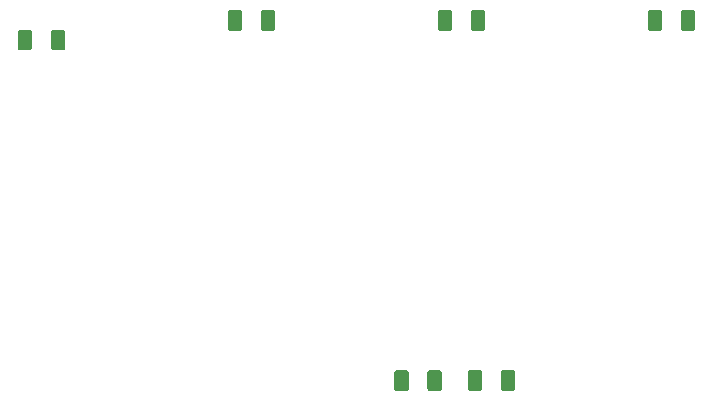
<source format=gbr>
G04 #@! TF.GenerationSoftware,KiCad,Pcbnew,(5.1.5-0-10_14)*
G04 #@! TF.CreationDate,2020-03-17T09:24:28-05:00*
G04 #@! TF.ProjectId,pulse,70756c73-652e-46b6-9963-61645f706362,rev?*
G04 #@! TF.SameCoordinates,Original*
G04 #@! TF.FileFunction,Paste,Top*
G04 #@! TF.FilePolarity,Positive*
%FSLAX46Y46*%
G04 Gerber Fmt 4.6, Leading zero omitted, Abs format (unit mm)*
G04 Created by KiCad (PCBNEW (5.1.5-0-10_14)) date 2020-03-17 09:24:28*
%MOMM*%
%LPD*%
G04 APERTURE LIST*
%ADD10C,0.100000*%
G04 APERTURE END LIST*
D10*
G36*
X140099504Y-42306204D02*
G01*
X140123773Y-42309804D01*
X140147571Y-42315765D01*
X140170671Y-42324030D01*
X140192849Y-42334520D01*
X140213893Y-42347133D01*
X140233598Y-42361747D01*
X140251777Y-42378223D01*
X140268253Y-42396402D01*
X140282867Y-42416107D01*
X140295480Y-42437151D01*
X140305970Y-42459329D01*
X140314235Y-42482429D01*
X140320196Y-42506227D01*
X140323796Y-42530496D01*
X140325000Y-42555000D01*
X140325000Y-43805000D01*
X140323796Y-43829504D01*
X140320196Y-43853773D01*
X140314235Y-43877571D01*
X140305970Y-43900671D01*
X140295480Y-43922849D01*
X140282867Y-43943893D01*
X140268253Y-43963598D01*
X140251777Y-43981777D01*
X140233598Y-43998253D01*
X140213893Y-44012867D01*
X140192849Y-44025480D01*
X140170671Y-44035970D01*
X140147571Y-44044235D01*
X140123773Y-44050196D01*
X140099504Y-44053796D01*
X140075000Y-44055000D01*
X139325000Y-44055000D01*
X139300496Y-44053796D01*
X139276227Y-44050196D01*
X139252429Y-44044235D01*
X139229329Y-44035970D01*
X139207151Y-44025480D01*
X139186107Y-44012867D01*
X139166402Y-43998253D01*
X139148223Y-43981777D01*
X139131747Y-43963598D01*
X139117133Y-43943893D01*
X139104520Y-43922849D01*
X139094030Y-43900671D01*
X139085765Y-43877571D01*
X139079804Y-43853773D01*
X139076204Y-43829504D01*
X139075000Y-43805000D01*
X139075000Y-42555000D01*
X139076204Y-42530496D01*
X139079804Y-42506227D01*
X139085765Y-42482429D01*
X139094030Y-42459329D01*
X139104520Y-42437151D01*
X139117133Y-42416107D01*
X139131747Y-42396402D01*
X139148223Y-42378223D01*
X139166402Y-42361747D01*
X139186107Y-42347133D01*
X139207151Y-42334520D01*
X139229329Y-42324030D01*
X139252429Y-42315765D01*
X139276227Y-42309804D01*
X139300496Y-42306204D01*
X139325000Y-42305000D01*
X140075000Y-42305000D01*
X140099504Y-42306204D01*
G37*
G36*
X137299504Y-42306204D02*
G01*
X137323773Y-42309804D01*
X137347571Y-42315765D01*
X137370671Y-42324030D01*
X137392849Y-42334520D01*
X137413893Y-42347133D01*
X137433598Y-42361747D01*
X137451777Y-42378223D01*
X137468253Y-42396402D01*
X137482867Y-42416107D01*
X137495480Y-42437151D01*
X137505970Y-42459329D01*
X137514235Y-42482429D01*
X137520196Y-42506227D01*
X137523796Y-42530496D01*
X137525000Y-42555000D01*
X137525000Y-43805000D01*
X137523796Y-43829504D01*
X137520196Y-43853773D01*
X137514235Y-43877571D01*
X137505970Y-43900671D01*
X137495480Y-43922849D01*
X137482867Y-43943893D01*
X137468253Y-43963598D01*
X137451777Y-43981777D01*
X137433598Y-43998253D01*
X137413893Y-44012867D01*
X137392849Y-44025480D01*
X137370671Y-44035970D01*
X137347571Y-44044235D01*
X137323773Y-44050196D01*
X137299504Y-44053796D01*
X137275000Y-44055000D01*
X136525000Y-44055000D01*
X136500496Y-44053796D01*
X136476227Y-44050196D01*
X136452429Y-44044235D01*
X136429329Y-44035970D01*
X136407151Y-44025480D01*
X136386107Y-44012867D01*
X136366402Y-43998253D01*
X136348223Y-43981777D01*
X136331747Y-43963598D01*
X136317133Y-43943893D01*
X136304520Y-43922849D01*
X136294030Y-43900671D01*
X136285765Y-43877571D01*
X136279804Y-43853773D01*
X136276204Y-43829504D01*
X136275000Y-43805000D01*
X136275000Y-42555000D01*
X136276204Y-42530496D01*
X136279804Y-42506227D01*
X136285765Y-42482429D01*
X136294030Y-42459329D01*
X136304520Y-42437151D01*
X136317133Y-42416107D01*
X136331747Y-42396402D01*
X136348223Y-42378223D01*
X136366402Y-42361747D01*
X136386107Y-42347133D01*
X136407151Y-42334520D01*
X136429329Y-42324030D01*
X136452429Y-42315765D01*
X136476227Y-42309804D01*
X136500496Y-42306204D01*
X136525000Y-42305000D01*
X137275000Y-42305000D01*
X137299504Y-42306204D01*
G37*
G36*
X122319504Y-43957204D02*
G01*
X122343773Y-43960804D01*
X122367571Y-43966765D01*
X122390671Y-43975030D01*
X122412849Y-43985520D01*
X122433893Y-43998133D01*
X122453598Y-44012747D01*
X122471777Y-44029223D01*
X122488253Y-44047402D01*
X122502867Y-44067107D01*
X122515480Y-44088151D01*
X122525970Y-44110329D01*
X122534235Y-44133429D01*
X122540196Y-44157227D01*
X122543796Y-44181496D01*
X122545000Y-44206000D01*
X122545000Y-45456000D01*
X122543796Y-45480504D01*
X122540196Y-45504773D01*
X122534235Y-45528571D01*
X122525970Y-45551671D01*
X122515480Y-45573849D01*
X122502867Y-45594893D01*
X122488253Y-45614598D01*
X122471777Y-45632777D01*
X122453598Y-45649253D01*
X122433893Y-45663867D01*
X122412849Y-45676480D01*
X122390671Y-45686970D01*
X122367571Y-45695235D01*
X122343773Y-45701196D01*
X122319504Y-45704796D01*
X122295000Y-45706000D01*
X121545000Y-45706000D01*
X121520496Y-45704796D01*
X121496227Y-45701196D01*
X121472429Y-45695235D01*
X121449329Y-45686970D01*
X121427151Y-45676480D01*
X121406107Y-45663867D01*
X121386402Y-45649253D01*
X121368223Y-45632777D01*
X121351747Y-45614598D01*
X121337133Y-45594893D01*
X121324520Y-45573849D01*
X121314030Y-45551671D01*
X121305765Y-45528571D01*
X121299804Y-45504773D01*
X121296204Y-45480504D01*
X121295000Y-45456000D01*
X121295000Y-44206000D01*
X121296204Y-44181496D01*
X121299804Y-44157227D01*
X121305765Y-44133429D01*
X121314030Y-44110329D01*
X121324520Y-44088151D01*
X121337133Y-44067107D01*
X121351747Y-44047402D01*
X121368223Y-44029223D01*
X121386402Y-44012747D01*
X121406107Y-43998133D01*
X121427151Y-43985520D01*
X121449329Y-43975030D01*
X121472429Y-43966765D01*
X121496227Y-43960804D01*
X121520496Y-43957204D01*
X121545000Y-43956000D01*
X122295000Y-43956000D01*
X122319504Y-43957204D01*
G37*
G36*
X119519504Y-43957204D02*
G01*
X119543773Y-43960804D01*
X119567571Y-43966765D01*
X119590671Y-43975030D01*
X119612849Y-43985520D01*
X119633893Y-43998133D01*
X119653598Y-44012747D01*
X119671777Y-44029223D01*
X119688253Y-44047402D01*
X119702867Y-44067107D01*
X119715480Y-44088151D01*
X119725970Y-44110329D01*
X119734235Y-44133429D01*
X119740196Y-44157227D01*
X119743796Y-44181496D01*
X119745000Y-44206000D01*
X119745000Y-45456000D01*
X119743796Y-45480504D01*
X119740196Y-45504773D01*
X119734235Y-45528571D01*
X119725970Y-45551671D01*
X119715480Y-45573849D01*
X119702867Y-45594893D01*
X119688253Y-45614598D01*
X119671777Y-45632777D01*
X119653598Y-45649253D01*
X119633893Y-45663867D01*
X119612849Y-45676480D01*
X119590671Y-45686970D01*
X119567571Y-45695235D01*
X119543773Y-45701196D01*
X119519504Y-45704796D01*
X119495000Y-45706000D01*
X118745000Y-45706000D01*
X118720496Y-45704796D01*
X118696227Y-45701196D01*
X118672429Y-45695235D01*
X118649329Y-45686970D01*
X118627151Y-45676480D01*
X118606107Y-45663867D01*
X118586402Y-45649253D01*
X118568223Y-45632777D01*
X118551747Y-45614598D01*
X118537133Y-45594893D01*
X118524520Y-45573849D01*
X118514030Y-45551671D01*
X118505765Y-45528571D01*
X118499804Y-45504773D01*
X118496204Y-45480504D01*
X118495000Y-45456000D01*
X118495000Y-44206000D01*
X118496204Y-44181496D01*
X118499804Y-44157227D01*
X118505765Y-44133429D01*
X118514030Y-44110329D01*
X118524520Y-44088151D01*
X118537133Y-44067107D01*
X118551747Y-44047402D01*
X118568223Y-44029223D01*
X118586402Y-44012747D01*
X118606107Y-43998133D01*
X118627151Y-43985520D01*
X118649329Y-43975030D01*
X118672429Y-43966765D01*
X118696227Y-43960804D01*
X118720496Y-43957204D01*
X118745000Y-43956000D01*
X119495000Y-43956000D01*
X119519504Y-43957204D01*
G37*
G36*
X157879504Y-42306204D02*
G01*
X157903773Y-42309804D01*
X157927571Y-42315765D01*
X157950671Y-42324030D01*
X157972849Y-42334520D01*
X157993893Y-42347133D01*
X158013598Y-42361747D01*
X158031777Y-42378223D01*
X158048253Y-42396402D01*
X158062867Y-42416107D01*
X158075480Y-42437151D01*
X158085970Y-42459329D01*
X158094235Y-42482429D01*
X158100196Y-42506227D01*
X158103796Y-42530496D01*
X158105000Y-42555000D01*
X158105000Y-43805000D01*
X158103796Y-43829504D01*
X158100196Y-43853773D01*
X158094235Y-43877571D01*
X158085970Y-43900671D01*
X158075480Y-43922849D01*
X158062867Y-43943893D01*
X158048253Y-43963598D01*
X158031777Y-43981777D01*
X158013598Y-43998253D01*
X157993893Y-44012867D01*
X157972849Y-44025480D01*
X157950671Y-44035970D01*
X157927571Y-44044235D01*
X157903773Y-44050196D01*
X157879504Y-44053796D01*
X157855000Y-44055000D01*
X157105000Y-44055000D01*
X157080496Y-44053796D01*
X157056227Y-44050196D01*
X157032429Y-44044235D01*
X157009329Y-44035970D01*
X156987151Y-44025480D01*
X156966107Y-44012867D01*
X156946402Y-43998253D01*
X156928223Y-43981777D01*
X156911747Y-43963598D01*
X156897133Y-43943893D01*
X156884520Y-43922849D01*
X156874030Y-43900671D01*
X156865765Y-43877571D01*
X156859804Y-43853773D01*
X156856204Y-43829504D01*
X156855000Y-43805000D01*
X156855000Y-42555000D01*
X156856204Y-42530496D01*
X156859804Y-42506227D01*
X156865765Y-42482429D01*
X156874030Y-42459329D01*
X156884520Y-42437151D01*
X156897133Y-42416107D01*
X156911747Y-42396402D01*
X156928223Y-42378223D01*
X156946402Y-42361747D01*
X156966107Y-42347133D01*
X156987151Y-42334520D01*
X157009329Y-42324030D01*
X157032429Y-42315765D01*
X157056227Y-42309804D01*
X157080496Y-42306204D01*
X157105000Y-42305000D01*
X157855000Y-42305000D01*
X157879504Y-42306204D01*
G37*
G36*
X155079504Y-42306204D02*
G01*
X155103773Y-42309804D01*
X155127571Y-42315765D01*
X155150671Y-42324030D01*
X155172849Y-42334520D01*
X155193893Y-42347133D01*
X155213598Y-42361747D01*
X155231777Y-42378223D01*
X155248253Y-42396402D01*
X155262867Y-42416107D01*
X155275480Y-42437151D01*
X155285970Y-42459329D01*
X155294235Y-42482429D01*
X155300196Y-42506227D01*
X155303796Y-42530496D01*
X155305000Y-42555000D01*
X155305000Y-43805000D01*
X155303796Y-43829504D01*
X155300196Y-43853773D01*
X155294235Y-43877571D01*
X155285970Y-43900671D01*
X155275480Y-43922849D01*
X155262867Y-43943893D01*
X155248253Y-43963598D01*
X155231777Y-43981777D01*
X155213598Y-43998253D01*
X155193893Y-44012867D01*
X155172849Y-44025480D01*
X155150671Y-44035970D01*
X155127571Y-44044235D01*
X155103773Y-44050196D01*
X155079504Y-44053796D01*
X155055000Y-44055000D01*
X154305000Y-44055000D01*
X154280496Y-44053796D01*
X154256227Y-44050196D01*
X154232429Y-44044235D01*
X154209329Y-44035970D01*
X154187151Y-44025480D01*
X154166107Y-44012867D01*
X154146402Y-43998253D01*
X154128223Y-43981777D01*
X154111747Y-43963598D01*
X154097133Y-43943893D01*
X154084520Y-43922849D01*
X154074030Y-43900671D01*
X154065765Y-43877571D01*
X154059804Y-43853773D01*
X154056204Y-43829504D01*
X154055000Y-43805000D01*
X154055000Y-42555000D01*
X154056204Y-42530496D01*
X154059804Y-42506227D01*
X154065765Y-42482429D01*
X154074030Y-42459329D01*
X154084520Y-42437151D01*
X154097133Y-42416107D01*
X154111747Y-42396402D01*
X154128223Y-42378223D01*
X154146402Y-42361747D01*
X154166107Y-42347133D01*
X154187151Y-42334520D01*
X154209329Y-42324030D01*
X154232429Y-42315765D01*
X154256227Y-42309804D01*
X154280496Y-42306204D01*
X154305000Y-42305000D01*
X155055000Y-42305000D01*
X155079504Y-42306204D01*
G37*
G36*
X175659504Y-42306204D02*
G01*
X175683773Y-42309804D01*
X175707571Y-42315765D01*
X175730671Y-42324030D01*
X175752849Y-42334520D01*
X175773893Y-42347133D01*
X175793598Y-42361747D01*
X175811777Y-42378223D01*
X175828253Y-42396402D01*
X175842867Y-42416107D01*
X175855480Y-42437151D01*
X175865970Y-42459329D01*
X175874235Y-42482429D01*
X175880196Y-42506227D01*
X175883796Y-42530496D01*
X175885000Y-42555000D01*
X175885000Y-43805000D01*
X175883796Y-43829504D01*
X175880196Y-43853773D01*
X175874235Y-43877571D01*
X175865970Y-43900671D01*
X175855480Y-43922849D01*
X175842867Y-43943893D01*
X175828253Y-43963598D01*
X175811777Y-43981777D01*
X175793598Y-43998253D01*
X175773893Y-44012867D01*
X175752849Y-44025480D01*
X175730671Y-44035970D01*
X175707571Y-44044235D01*
X175683773Y-44050196D01*
X175659504Y-44053796D01*
X175635000Y-44055000D01*
X174885000Y-44055000D01*
X174860496Y-44053796D01*
X174836227Y-44050196D01*
X174812429Y-44044235D01*
X174789329Y-44035970D01*
X174767151Y-44025480D01*
X174746107Y-44012867D01*
X174726402Y-43998253D01*
X174708223Y-43981777D01*
X174691747Y-43963598D01*
X174677133Y-43943893D01*
X174664520Y-43922849D01*
X174654030Y-43900671D01*
X174645765Y-43877571D01*
X174639804Y-43853773D01*
X174636204Y-43829504D01*
X174635000Y-43805000D01*
X174635000Y-42555000D01*
X174636204Y-42530496D01*
X174639804Y-42506227D01*
X174645765Y-42482429D01*
X174654030Y-42459329D01*
X174664520Y-42437151D01*
X174677133Y-42416107D01*
X174691747Y-42396402D01*
X174708223Y-42378223D01*
X174726402Y-42361747D01*
X174746107Y-42347133D01*
X174767151Y-42334520D01*
X174789329Y-42324030D01*
X174812429Y-42315765D01*
X174836227Y-42309804D01*
X174860496Y-42306204D01*
X174885000Y-42305000D01*
X175635000Y-42305000D01*
X175659504Y-42306204D01*
G37*
G36*
X172859504Y-42306204D02*
G01*
X172883773Y-42309804D01*
X172907571Y-42315765D01*
X172930671Y-42324030D01*
X172952849Y-42334520D01*
X172973893Y-42347133D01*
X172993598Y-42361747D01*
X173011777Y-42378223D01*
X173028253Y-42396402D01*
X173042867Y-42416107D01*
X173055480Y-42437151D01*
X173065970Y-42459329D01*
X173074235Y-42482429D01*
X173080196Y-42506227D01*
X173083796Y-42530496D01*
X173085000Y-42555000D01*
X173085000Y-43805000D01*
X173083796Y-43829504D01*
X173080196Y-43853773D01*
X173074235Y-43877571D01*
X173065970Y-43900671D01*
X173055480Y-43922849D01*
X173042867Y-43943893D01*
X173028253Y-43963598D01*
X173011777Y-43981777D01*
X172993598Y-43998253D01*
X172973893Y-44012867D01*
X172952849Y-44025480D01*
X172930671Y-44035970D01*
X172907571Y-44044235D01*
X172883773Y-44050196D01*
X172859504Y-44053796D01*
X172835000Y-44055000D01*
X172085000Y-44055000D01*
X172060496Y-44053796D01*
X172036227Y-44050196D01*
X172012429Y-44044235D01*
X171989329Y-44035970D01*
X171967151Y-44025480D01*
X171946107Y-44012867D01*
X171926402Y-43998253D01*
X171908223Y-43981777D01*
X171891747Y-43963598D01*
X171877133Y-43943893D01*
X171864520Y-43922849D01*
X171854030Y-43900671D01*
X171845765Y-43877571D01*
X171839804Y-43853773D01*
X171836204Y-43829504D01*
X171835000Y-43805000D01*
X171835000Y-42555000D01*
X171836204Y-42530496D01*
X171839804Y-42506227D01*
X171845765Y-42482429D01*
X171854030Y-42459329D01*
X171864520Y-42437151D01*
X171877133Y-42416107D01*
X171891747Y-42396402D01*
X171908223Y-42378223D01*
X171926402Y-42361747D01*
X171946107Y-42347133D01*
X171967151Y-42334520D01*
X171989329Y-42324030D01*
X172012429Y-42315765D01*
X172036227Y-42309804D01*
X172060496Y-42306204D01*
X172085000Y-42305000D01*
X172835000Y-42305000D01*
X172859504Y-42306204D01*
G37*
G36*
X154199504Y-72786204D02*
G01*
X154223773Y-72789804D01*
X154247571Y-72795765D01*
X154270671Y-72804030D01*
X154292849Y-72814520D01*
X154313893Y-72827133D01*
X154333598Y-72841747D01*
X154351777Y-72858223D01*
X154368253Y-72876402D01*
X154382867Y-72896107D01*
X154395480Y-72917151D01*
X154405970Y-72939329D01*
X154414235Y-72962429D01*
X154420196Y-72986227D01*
X154423796Y-73010496D01*
X154425000Y-73035000D01*
X154425000Y-74285000D01*
X154423796Y-74309504D01*
X154420196Y-74333773D01*
X154414235Y-74357571D01*
X154405970Y-74380671D01*
X154395480Y-74402849D01*
X154382867Y-74423893D01*
X154368253Y-74443598D01*
X154351777Y-74461777D01*
X154333598Y-74478253D01*
X154313893Y-74492867D01*
X154292849Y-74505480D01*
X154270671Y-74515970D01*
X154247571Y-74524235D01*
X154223773Y-74530196D01*
X154199504Y-74533796D01*
X154175000Y-74535000D01*
X153425000Y-74535000D01*
X153400496Y-74533796D01*
X153376227Y-74530196D01*
X153352429Y-74524235D01*
X153329329Y-74515970D01*
X153307151Y-74505480D01*
X153286107Y-74492867D01*
X153266402Y-74478253D01*
X153248223Y-74461777D01*
X153231747Y-74443598D01*
X153217133Y-74423893D01*
X153204520Y-74402849D01*
X153194030Y-74380671D01*
X153185765Y-74357571D01*
X153179804Y-74333773D01*
X153176204Y-74309504D01*
X153175000Y-74285000D01*
X153175000Y-73035000D01*
X153176204Y-73010496D01*
X153179804Y-72986227D01*
X153185765Y-72962429D01*
X153194030Y-72939329D01*
X153204520Y-72917151D01*
X153217133Y-72896107D01*
X153231747Y-72876402D01*
X153248223Y-72858223D01*
X153266402Y-72841747D01*
X153286107Y-72827133D01*
X153307151Y-72814520D01*
X153329329Y-72804030D01*
X153352429Y-72795765D01*
X153376227Y-72789804D01*
X153400496Y-72786204D01*
X153425000Y-72785000D01*
X154175000Y-72785000D01*
X154199504Y-72786204D01*
G37*
G36*
X151399504Y-72786204D02*
G01*
X151423773Y-72789804D01*
X151447571Y-72795765D01*
X151470671Y-72804030D01*
X151492849Y-72814520D01*
X151513893Y-72827133D01*
X151533598Y-72841747D01*
X151551777Y-72858223D01*
X151568253Y-72876402D01*
X151582867Y-72896107D01*
X151595480Y-72917151D01*
X151605970Y-72939329D01*
X151614235Y-72962429D01*
X151620196Y-72986227D01*
X151623796Y-73010496D01*
X151625000Y-73035000D01*
X151625000Y-74285000D01*
X151623796Y-74309504D01*
X151620196Y-74333773D01*
X151614235Y-74357571D01*
X151605970Y-74380671D01*
X151595480Y-74402849D01*
X151582867Y-74423893D01*
X151568253Y-74443598D01*
X151551777Y-74461777D01*
X151533598Y-74478253D01*
X151513893Y-74492867D01*
X151492849Y-74505480D01*
X151470671Y-74515970D01*
X151447571Y-74524235D01*
X151423773Y-74530196D01*
X151399504Y-74533796D01*
X151375000Y-74535000D01*
X150625000Y-74535000D01*
X150600496Y-74533796D01*
X150576227Y-74530196D01*
X150552429Y-74524235D01*
X150529329Y-74515970D01*
X150507151Y-74505480D01*
X150486107Y-74492867D01*
X150466402Y-74478253D01*
X150448223Y-74461777D01*
X150431747Y-74443598D01*
X150417133Y-74423893D01*
X150404520Y-74402849D01*
X150394030Y-74380671D01*
X150385765Y-74357571D01*
X150379804Y-74333773D01*
X150376204Y-74309504D01*
X150375000Y-74285000D01*
X150375000Y-73035000D01*
X150376204Y-73010496D01*
X150379804Y-72986227D01*
X150385765Y-72962429D01*
X150394030Y-72939329D01*
X150404520Y-72917151D01*
X150417133Y-72896107D01*
X150431747Y-72876402D01*
X150448223Y-72858223D01*
X150466402Y-72841747D01*
X150486107Y-72827133D01*
X150507151Y-72814520D01*
X150529329Y-72804030D01*
X150552429Y-72795765D01*
X150576227Y-72789804D01*
X150600496Y-72786204D01*
X150625000Y-72785000D01*
X151375000Y-72785000D01*
X151399504Y-72786204D01*
G37*
G36*
X160419504Y-72786204D02*
G01*
X160443773Y-72789804D01*
X160467571Y-72795765D01*
X160490671Y-72804030D01*
X160512849Y-72814520D01*
X160533893Y-72827133D01*
X160553598Y-72841747D01*
X160571777Y-72858223D01*
X160588253Y-72876402D01*
X160602867Y-72896107D01*
X160615480Y-72917151D01*
X160625970Y-72939329D01*
X160634235Y-72962429D01*
X160640196Y-72986227D01*
X160643796Y-73010496D01*
X160645000Y-73035000D01*
X160645000Y-74285000D01*
X160643796Y-74309504D01*
X160640196Y-74333773D01*
X160634235Y-74357571D01*
X160625970Y-74380671D01*
X160615480Y-74402849D01*
X160602867Y-74423893D01*
X160588253Y-74443598D01*
X160571777Y-74461777D01*
X160553598Y-74478253D01*
X160533893Y-74492867D01*
X160512849Y-74505480D01*
X160490671Y-74515970D01*
X160467571Y-74524235D01*
X160443773Y-74530196D01*
X160419504Y-74533796D01*
X160395000Y-74535000D01*
X159645000Y-74535000D01*
X159620496Y-74533796D01*
X159596227Y-74530196D01*
X159572429Y-74524235D01*
X159549329Y-74515970D01*
X159527151Y-74505480D01*
X159506107Y-74492867D01*
X159486402Y-74478253D01*
X159468223Y-74461777D01*
X159451747Y-74443598D01*
X159437133Y-74423893D01*
X159424520Y-74402849D01*
X159414030Y-74380671D01*
X159405765Y-74357571D01*
X159399804Y-74333773D01*
X159396204Y-74309504D01*
X159395000Y-74285000D01*
X159395000Y-73035000D01*
X159396204Y-73010496D01*
X159399804Y-72986227D01*
X159405765Y-72962429D01*
X159414030Y-72939329D01*
X159424520Y-72917151D01*
X159437133Y-72896107D01*
X159451747Y-72876402D01*
X159468223Y-72858223D01*
X159486402Y-72841747D01*
X159506107Y-72827133D01*
X159527151Y-72814520D01*
X159549329Y-72804030D01*
X159572429Y-72795765D01*
X159596227Y-72789804D01*
X159620496Y-72786204D01*
X159645000Y-72785000D01*
X160395000Y-72785000D01*
X160419504Y-72786204D01*
G37*
G36*
X157619504Y-72786204D02*
G01*
X157643773Y-72789804D01*
X157667571Y-72795765D01*
X157690671Y-72804030D01*
X157712849Y-72814520D01*
X157733893Y-72827133D01*
X157753598Y-72841747D01*
X157771777Y-72858223D01*
X157788253Y-72876402D01*
X157802867Y-72896107D01*
X157815480Y-72917151D01*
X157825970Y-72939329D01*
X157834235Y-72962429D01*
X157840196Y-72986227D01*
X157843796Y-73010496D01*
X157845000Y-73035000D01*
X157845000Y-74285000D01*
X157843796Y-74309504D01*
X157840196Y-74333773D01*
X157834235Y-74357571D01*
X157825970Y-74380671D01*
X157815480Y-74402849D01*
X157802867Y-74423893D01*
X157788253Y-74443598D01*
X157771777Y-74461777D01*
X157753598Y-74478253D01*
X157733893Y-74492867D01*
X157712849Y-74505480D01*
X157690671Y-74515970D01*
X157667571Y-74524235D01*
X157643773Y-74530196D01*
X157619504Y-74533796D01*
X157595000Y-74535000D01*
X156845000Y-74535000D01*
X156820496Y-74533796D01*
X156796227Y-74530196D01*
X156772429Y-74524235D01*
X156749329Y-74515970D01*
X156727151Y-74505480D01*
X156706107Y-74492867D01*
X156686402Y-74478253D01*
X156668223Y-74461777D01*
X156651747Y-74443598D01*
X156637133Y-74423893D01*
X156624520Y-74402849D01*
X156614030Y-74380671D01*
X156605765Y-74357571D01*
X156599804Y-74333773D01*
X156596204Y-74309504D01*
X156595000Y-74285000D01*
X156595000Y-73035000D01*
X156596204Y-73010496D01*
X156599804Y-72986227D01*
X156605765Y-72962429D01*
X156614030Y-72939329D01*
X156624520Y-72917151D01*
X156637133Y-72896107D01*
X156651747Y-72876402D01*
X156668223Y-72858223D01*
X156686402Y-72841747D01*
X156706107Y-72827133D01*
X156727151Y-72814520D01*
X156749329Y-72804030D01*
X156772429Y-72795765D01*
X156796227Y-72789804D01*
X156820496Y-72786204D01*
X156845000Y-72785000D01*
X157595000Y-72785000D01*
X157619504Y-72786204D01*
G37*
M02*

</source>
